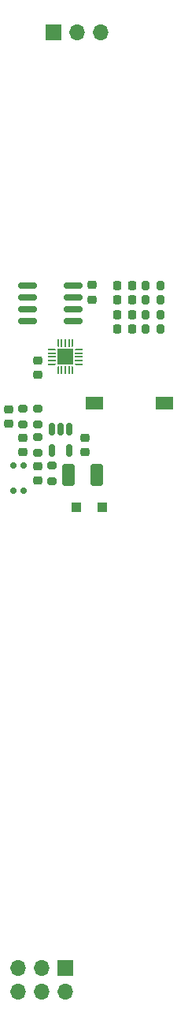
<source format=gts>
G04 #@! TF.GenerationSoftware,KiCad,Pcbnew,7.0.2*
G04 #@! TF.CreationDate,2023-05-27T23:51:10-07:00*
G04 #@! TF.ProjectId,meeseeks-sao,6d656573-6565-46b7-932d-73616f2e6b69,rev?*
G04 #@! TF.SameCoordinates,Original*
G04 #@! TF.FileFunction,Soldermask,Top*
G04 #@! TF.FilePolarity,Negative*
%FSLAX46Y46*%
G04 Gerber Fmt 4.6, Leading zero omitted, Abs format (unit mm)*
G04 Created by KiCad (PCBNEW 7.0.2) date 2023-05-27 23:51:10*
%MOMM*%
%LPD*%
G01*
G04 APERTURE LIST*
G04 Aperture macros list*
%AMRoundRect*
0 Rectangle with rounded corners*
0 $1 Rounding radius*
0 $2 $3 $4 $5 $6 $7 $8 $9 X,Y pos of 4 corners*
0 Add a 4 corners polygon primitive as box body*
4,1,4,$2,$3,$4,$5,$6,$7,$8,$9,$2,$3,0*
0 Add four circle primitives for the rounded corners*
1,1,$1+$1,$2,$3*
1,1,$1+$1,$4,$5*
1,1,$1+$1,$6,$7*
1,1,$1+$1,$8,$9*
0 Add four rect primitives between the rounded corners*
20,1,$1+$1,$2,$3,$4,$5,0*
20,1,$1+$1,$4,$5,$6,$7,0*
20,1,$1+$1,$6,$7,$8,$9,0*
20,1,$1+$1,$8,$9,$2,$3,0*%
%AMFreePoly0*
4,1,14,0.334644,0.085355,0.385355,0.034644,0.400000,-0.000711,0.400000,-0.050000,0.385355,-0.085355,0.350000,-0.100000,-0.350000,-0.100000,-0.385355,-0.085355,-0.400000,-0.050000,-0.400000,0.050000,-0.385355,0.085355,-0.350000,0.100000,0.299289,0.100000,0.334644,0.085355,0.334644,0.085355,$1*%
%AMFreePoly1*
4,1,14,0.385355,0.085355,0.400000,0.050000,0.400000,0.000711,0.385355,-0.034644,0.334644,-0.085355,0.299289,-0.100000,-0.350000,-0.100000,-0.385355,-0.085355,-0.400000,-0.050000,-0.400000,0.050000,-0.385355,0.085355,-0.350000,0.100000,0.350000,0.100000,0.385355,0.085355,0.385355,0.085355,$1*%
%AMFreePoly2*
4,1,14,0.085355,0.385355,0.100000,0.350000,0.100000,-0.350000,0.085355,-0.385355,0.050000,-0.400000,-0.050000,-0.400000,-0.085355,-0.385355,-0.100000,-0.350000,-0.100000,0.299289,-0.085355,0.334644,-0.034644,0.385355,0.000711,0.400000,0.050000,0.400000,0.085355,0.385355,0.085355,0.385355,$1*%
%AMFreePoly3*
4,1,14,0.034644,0.385355,0.085355,0.334644,0.100000,0.299289,0.100000,-0.350000,0.085355,-0.385355,0.050000,-0.400000,-0.050000,-0.400000,-0.085355,-0.385355,-0.100000,-0.350000,-0.100000,0.350000,-0.085355,0.385355,-0.050000,0.400000,-0.000711,0.400000,0.034644,0.385355,0.034644,0.385355,$1*%
%AMFreePoly4*
4,1,14,0.385355,0.085355,0.400000,0.050000,0.400000,-0.050000,0.385355,-0.085355,0.350000,-0.100000,-0.299289,-0.100000,-0.334644,-0.085355,-0.385355,-0.034644,-0.400000,0.000711,-0.400000,0.050000,-0.385355,0.085355,-0.350000,0.100000,0.350000,0.100000,0.385355,0.085355,0.385355,0.085355,$1*%
%AMFreePoly5*
4,1,14,0.385355,0.085355,0.400000,0.050000,0.400000,-0.050000,0.385355,-0.085355,0.350000,-0.100000,-0.350000,-0.100000,-0.385355,-0.085355,-0.400000,-0.050000,-0.400000,-0.000711,-0.385355,0.034644,-0.334644,0.085355,-0.299289,0.100000,0.350000,0.100000,0.385355,0.085355,0.385355,0.085355,$1*%
%AMFreePoly6*
4,1,14,0.085355,0.385355,0.100000,0.350000,0.100000,-0.299289,0.085355,-0.334644,0.034644,-0.385355,-0.000711,-0.400000,-0.050000,-0.400000,-0.085355,-0.385355,-0.100000,-0.350000,-0.100000,0.350000,-0.085355,0.385355,-0.050000,0.400000,0.050000,0.400000,0.085355,0.385355,0.085355,0.385355,$1*%
%AMFreePoly7*
4,1,14,0.085355,0.385355,0.100000,0.350000,0.100000,-0.350000,0.085355,-0.385355,0.050000,-0.400000,0.000711,-0.400000,-0.034644,-0.385355,-0.085355,-0.334644,-0.100000,-0.299289,-0.100000,0.350000,-0.085355,0.385355,-0.050000,0.400000,0.050000,0.400000,0.085355,0.385355,0.085355,0.385355,$1*%
G04 Aperture macros list end*
%ADD10RoundRect,0.250000X0.300000X0.300000X-0.300000X0.300000X-0.300000X-0.300000X0.300000X-0.300000X0*%
%ADD11R,1.700000X1.700000*%
%ADD12O,1.700000X1.700000*%
%ADD13C,0.700000*%
%ADD14RoundRect,0.150000X-0.150000X0.512500X-0.150000X-0.512500X0.150000X-0.512500X0.150000X0.512500X0*%
%ADD15RoundRect,0.150000X-0.825000X-0.150000X0.825000X-0.150000X0.825000X0.150000X-0.825000X0.150000X0*%
%ADD16FreePoly0,0.000000*%
%ADD17RoundRect,0.050000X-0.350000X-0.050000X0.350000X-0.050000X0.350000X0.050000X-0.350000X0.050000X0*%
%ADD18FreePoly1,0.000000*%
%ADD19FreePoly2,0.000000*%
%ADD20RoundRect,0.050000X-0.050000X-0.350000X0.050000X-0.350000X0.050000X0.350000X-0.050000X0.350000X0*%
%ADD21FreePoly3,0.000000*%
%ADD22FreePoly4,0.000000*%
%ADD23FreePoly5,0.000000*%
%ADD24FreePoly6,0.000000*%
%ADD25FreePoly7,0.000000*%
%ADD26R,1.900000X1.400000*%
%ADD27RoundRect,0.200000X-0.200000X-0.275000X0.200000X-0.275000X0.200000X0.275000X-0.200000X0.275000X0*%
%ADD28RoundRect,0.200000X0.275000X-0.200000X0.275000X0.200000X-0.275000X0.200000X-0.275000X-0.200000X0*%
%ADD29RoundRect,0.200000X-0.275000X0.200000X-0.275000X-0.200000X0.275000X-0.200000X0.275000X0.200000X0*%
%ADD30RoundRect,0.218750X0.218750X0.256250X-0.218750X0.256250X-0.218750X-0.256250X0.218750X-0.256250X0*%
%ADD31RoundRect,0.225000X-0.250000X0.225000X-0.250000X-0.225000X0.250000X-0.225000X0.250000X0.225000X0*%
%ADD32RoundRect,0.250000X-0.412500X-0.925000X0.412500X-0.925000X0.412500X0.925000X-0.412500X0.925000X0*%
%ADD33RoundRect,0.225000X0.250000X-0.225000X0.250000X0.225000X-0.250000X0.225000X-0.250000X-0.225000X0*%
G04 APERTURE END LIST*
D10*
X152800000Y-83200000D03*
X150000000Y-83200000D03*
D11*
X147550000Y-32250000D03*
D12*
X150090000Y-32250000D03*
X152630000Y-32250000D03*
D13*
X143250499Y-78699501D03*
X143250499Y-81399501D03*
X144350499Y-81399501D03*
X144350499Y-78699501D03*
D14*
X149250499Y-74812001D03*
X148300499Y-74812001D03*
X147350499Y-74812001D03*
X147350499Y-77087001D03*
X149250499Y-77087001D03*
D15*
X149675499Y-59444501D03*
X149675499Y-60714501D03*
X149675499Y-61984501D03*
X149675499Y-63254501D03*
X144725499Y-63254501D03*
X144725499Y-61984501D03*
X144725499Y-60714501D03*
X144725499Y-59444501D03*
D16*
X147350499Y-66249501D03*
D17*
X147350499Y-66649501D03*
X147350499Y-67049501D03*
X147350499Y-67449501D03*
D18*
X147350499Y-67849501D03*
D19*
X148000499Y-68499501D03*
D20*
X148400499Y-68499501D03*
X148800499Y-68499501D03*
X149200499Y-68499501D03*
D21*
X149600499Y-68499501D03*
D22*
X150250499Y-67849501D03*
D17*
X150250499Y-67449501D03*
X150250499Y-67049501D03*
X150250499Y-66649501D03*
D23*
X150250499Y-66249501D03*
D24*
X149600499Y-65599501D03*
D20*
X149200499Y-65599501D03*
X148800499Y-65599501D03*
X148400499Y-65599501D03*
D25*
X148000499Y-65599501D03*
D11*
X148800499Y-67049501D03*
D26*
X151950499Y-71999501D03*
X159450499Y-71999501D03*
D27*
X157400499Y-59399501D03*
X159050499Y-59399501D03*
X157400499Y-60949501D03*
X159050499Y-60949501D03*
X157400499Y-62499501D03*
X159050499Y-62499501D03*
X157400499Y-64099501D03*
X159050499Y-64099501D03*
D28*
X145800499Y-75699501D03*
X145800499Y-77349501D03*
X147350499Y-78749501D03*
X147350499Y-80399501D03*
X144250499Y-74299501D03*
X144250499Y-72649501D03*
D29*
X145800499Y-72649501D03*
X145800499Y-74299501D03*
D11*
X148800000Y-132650000D03*
D12*
X148800000Y-135190000D03*
X146260000Y-132650000D03*
X146260000Y-135190000D03*
X143720000Y-132650000D03*
X143720000Y-135190000D03*
D30*
X155962999Y-59399501D03*
X154387999Y-59399501D03*
X155962999Y-60949501D03*
X154387999Y-60949501D03*
X155962999Y-62499501D03*
X154387999Y-62499501D03*
X155962999Y-64099501D03*
X154387999Y-64099501D03*
D31*
X145800499Y-67449501D03*
X145800499Y-68999501D03*
X151700499Y-59349501D03*
X151700499Y-60899501D03*
D32*
X149112999Y-79749501D03*
X152187999Y-79749501D03*
D33*
X150900499Y-77299501D03*
X150900499Y-75749501D03*
X144250499Y-77299501D03*
X144250499Y-75749501D03*
D31*
X145800499Y-80349501D03*
X145800499Y-78799501D03*
D33*
X142700499Y-74249501D03*
X142700499Y-72699501D03*
M02*

</source>
